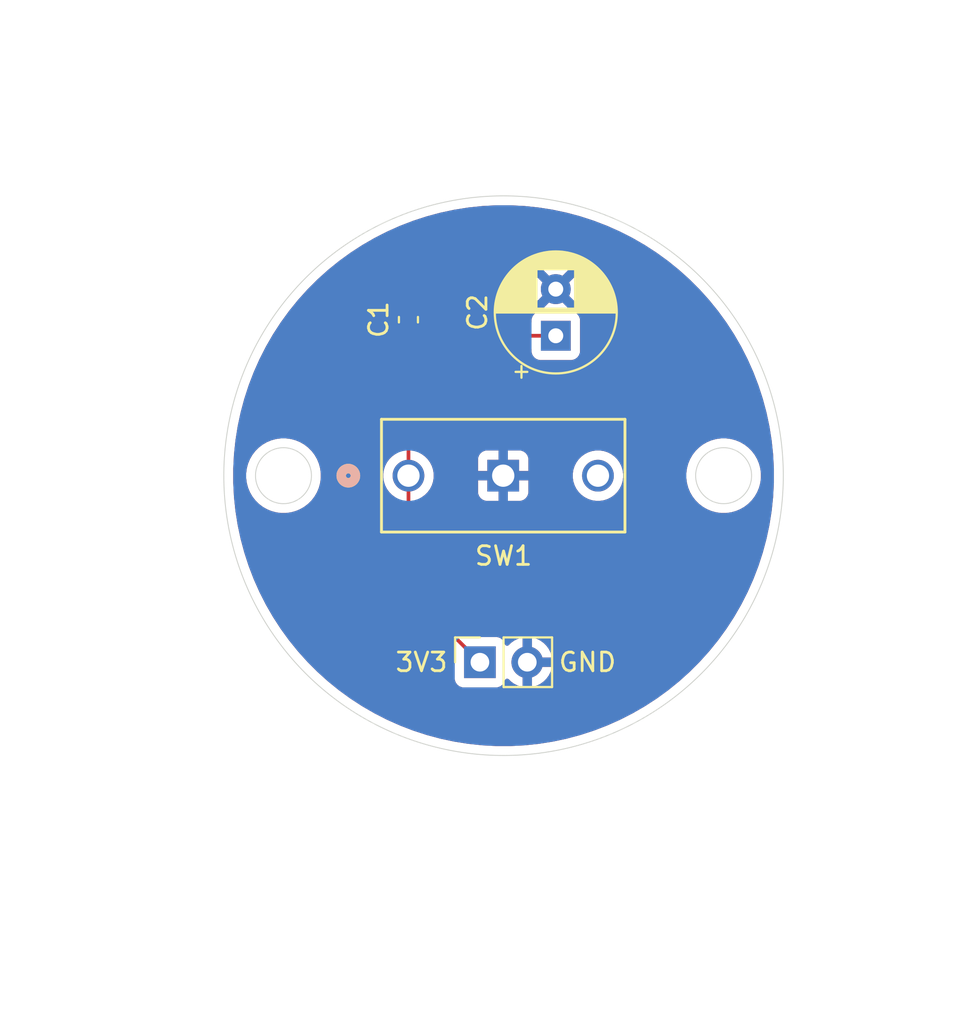
<source format=kicad_pcb>
(kicad_pcb (version 20241229) (generator "pcbnew") (generator_version "9.0")
  (layers (0 "F.Cu" signal) (2 "B.Cu" signal) (13 "F.Paste" user) (15 "B.Paste" user) (5 "F.SilkS" user "F.Silkscreen") (7 "B.SilkS" user "B.Silkscreen") (1 "F.Mask" user) (3 "B.Mask" user) (25 "Edge.Cuts" user))
  (net 0 "")
  (net 1 "GND")
  (net 2 "+3.3V")
  (footprint "microswitch:SW_D2FS-F-N_OMR" (layer "F.Cu") (at 143.602379 91)
    (property "Reference" "SW1" (at 5.097621 4.3 0) (layer "F.SilkS"))
    (property "Value" "D2FS-F-N")
    (fp_line (start -1.4478 -3.0226) (end -1.4478 3.0226) (stroke (width 0.1524)) (layer "F.SilkS"))
    (fp_line (start -1.4478 3.0226) (end 11.6078 3.0226) (stroke (width 0.1524)) (layer "F.SilkS"))
    (fp_line (start 11.6078 -3.0226) (end -1.4478 -3.0226) (stroke (width 0.1524)) (layer "F.SilkS"))
    (fp_line (start 11.6078 3.0226) (end 11.6078 -3.0226) (stroke (width 0.1524)) (layer "F.SilkS"))
    (fp_circle (center -3.2258 0) (end -2.8448 0) (stroke (width 0.508)) (fill no) (layer "F.SilkS"))
    (fp_circle (center -3.2258 0) (end -2.8448 0) (stroke (width 0.508)) (fill no) (layer "B.SilkS"))
    (pad "1" thru_hole circle (at 0 0) (size 1.7018 1.7018) (drill 1.1938) (layers "*.Cu" "*.Mask") (net 2 "+3.3V"))
    (pad "2" thru_hole rect (at 5.08 0) (size 1.7018 1.7018) (drill 1.1938) (layers "*.Cu" "*.Mask") (net 1 "GND"))
    (pad "3" thru_hole circle (at 10.16 0) (size 1.7018 1.7018) (drill 1.1938) (layers "*.Cu" "*.Mask"))
  )
  (footprint "Capacitor_SMD:C_0603_1608Metric_Pad1.08x0.95mm_HandSolder" (layer "F.Cu") (at 143.6 82.6375 90)
    (property "Reference" "C1" (at 0 -1.6 90) (layer "F.SilkS"))
    (property "Value" "100uF")
    (fp_line (start -0.146267 -0.51) (end 0.146267 -0.51) (stroke (width 0.12)) (layer "F.SilkS"))
    (fp_line (start -0.146267 0.51) (end 0.146267 0.51) (stroke (width 0.12)) (layer "F.SilkS"))
    (pad "1" smd roundrect (at -0.8625 0 90) (size 1.075 0.95) (layers "F.Cu" "F.Mask" "F.Paste") (net 2 "+3.3V"))
    (pad "2" smd roundrect (at 0.8625 0 90) (size 1.075 0.95) (layers "F.Cu" "F.Mask" "F.Paste") (net 1 "GND"))
  )
  (footprint "Capacitor_THT:CP_Radial_D6.3mm_P2.50mm" (layer "F.Cu") (at 151.5 83.5 90)
    (property "Reference" "C2" (at 1.25 -4.2 90) (layer "F.SilkS"))
    (property "Value" "100uF")
    (fp_line (start 1.33 -3.23) (end 1.33 3.23) (stroke (width 0.12)) (layer "F.SilkS"))
    (fp_line (start 1.29 -3.23) (end 1.29 3.23) (stroke (width 0.12)) (layer "F.SilkS"))
    (fp_line (start 1.25 -3.23) (end 1.25 3.23) (stroke (width 0.12)) (layer "F.SilkS"))
    (fp_line (start 1.37 -3.228) (end 1.37 3.228) (stroke (width 0.12)) (layer "F.SilkS"))
    (fp_line (start 1.41 -3.227) (end 1.41 3.227) (stroke (width 0.12)) (layer "F.SilkS"))
    (fp_line (start 1.45 -3.224) (end 1.45 3.224) (stroke (width 0.12)) (layer "F.SilkS"))
    (fp_line (start 1.49 -3.222) (end 1.49 -1.04) (stroke (width 0.12)) (layer "F.SilkS"))
    (fp_line (start 1.53 -3.218) (end 1.53 -1.04) (stroke (width 0.12)) (layer "F.SilkS"))
    (fp_line (start 1.57 -3.215) (end 1.57 -1.04) (stroke (width 0.12)) (layer "F.SilkS"))
    (fp_line (start 1.61 -3.211) (end 1.61 -1.04) (stroke (width 0.12)) (layer "F.SilkS"))
    (fp_line (start 1.65 -3.206) (end 1.65 -1.04) (stroke (width 0.12)) (layer "F.SilkS"))
    (fp_line (start 1.69 -3.201) (end 1.69 -1.04) (stroke (width 0.12)) (layer "F.SilkS"))
    (fp_line (start 1.73 -3.195) (end 1.73 -1.04) (stroke (width 0.12)) (layer "F.SilkS"))
    (fp_line (start 1.77 -3.189) (end 1.77 -1.04) (stroke (width 0.12)) (layer "F.SilkS"))
    (fp_line (start 1.81 -3.182) (end 1.81 -1.04) (stroke (width 0.12)) (layer "F.SilkS"))
    (fp_line (start 1.85 -3.175) (end 1.85 -1.04) (stroke (width 0.12)) (layer "F.SilkS"))
    (fp_line (start 1.89 -3.167) (end 1.89 -1.04) (stroke (width 0.12)) (layer "F.SilkS"))
    (fp_line (start 1.93 -3.159) (end 1.93 -1.04) (stroke (width 0.12)) (layer "F.SilkS"))
    (fp_line (start 1.971 -3.15) (end 1.971 -1.04) (stroke (width 0.12)) (layer "F.SilkS"))
    (fp_line (start 2.011 -3.141) (end 2.011 -1.04) (stroke (width 0.12)) (layer "F.SilkS"))
    (fp_line (start 2.051 -3.131) (end 2.051 -1.04) (stroke (width 0.12)) (layer "F.SilkS"))
    (fp_line (start 2.091 -3.121) (end 2.091 -1.04) (stroke (width 0.12)) (layer "F.SilkS"))
    (fp_line (start 2.131 -3.11) (end 2.131 -1.04) (stroke (width 0.12)) (layer "F.SilkS"))
    (fp_line (start 2.171 -3.098) (end 2.171 -1.04) (stroke (width 0.12)) (layer "F.SilkS"))
    (fp_line (start 2.211 -3.086) (end 2.211 -1.04) (stroke (width 0.12)) (layer "F.SilkS"))
    (fp_line (start 2.251 -3.074) (end 2.251 -1.04) (stroke (width 0.12)) (layer "F.SilkS"))
    (fp_line (start 2.291 -3.061) (end 2.291 -1.04) (stroke (width 0.12)) (layer "F.SilkS"))
    (fp_line (start 2.331 -3.047) (end 2.331 -1.04) (stroke (width 0.12)) (layer "F.SilkS"))
    (fp_line (start 2.371 -3.033) (end 2.371 -1.04) (stroke (width 0.12)) (layer "F.SilkS"))
    (fp_line (start 2.411 -3.018) (end 2.411 -1.04) (stroke (width 0.12)) (layer "F.SilkS"))
    (fp_line (start 2.451 -3.002) (end 2.451 -1.04) (stroke (width 0.12)) (layer "F.SilkS"))
    (fp_line (start 2.491 -2.986) (end 2.491 -1.04) (stroke (width 0.12)) (layer "F.SilkS"))
    (fp_line (start 2.531 -2.97) (end 2.531 -1.04) (stroke (width 0.12)) (layer "F.SilkS"))
    (fp_line (start 2.571 -2.952) (end 2.571 -1.04) (stroke (width 0.12)) (layer "F.SilkS"))
    (fp_line (start 2.611 -2.934) (end 2.611 -1.04) (stroke (width 0.12)) (layer "F.SilkS"))
    (fp_line (start 2.651 -2.916) (end 2.651 -1.04) (stroke (width 0.12)) (layer "F.SilkS"))
    (fp_line (start 2.691 -2.896) (end 2.691 -1.04) (stroke (width 0.12)) (layer "F.SilkS"))
    (fp_line (start 2.731 -2.876) (end 2.731 -1.04) (stroke (width 0.12)) (layer "F.SilkS"))
    (fp_line (start 2.771 -2.856) (end 2.771 -1.04) (stroke (width 0.12)) (layer "F.SilkS"))
    (fp_line (start 2.811 -2.834) (end 2.811 -1.04) (stroke (width 0.12)) (layer "F.SilkS"))
    (fp_line (start 2.851 -2.812) (end 2.851 -1.04) (stroke (width 0.12)) (layer "F.SilkS"))
    (fp_line (start 2.891 -2.79) (end 2.891 -1.04) (stroke (width 0.12)) (layer "F.SilkS"))
    (fp_line (start 2.931 -2.766) (end 2.931 -1.04) (stroke (width 0.12)) (layer "F.SilkS"))
    (fp_line (start 2.971 -2.742) (end 2.971 -1.04) (stroke (width 0.12)) (layer "F.SilkS"))
    (fp_line (start 3.011 -2.716) (end 3.011 -1.04) (stroke (width 0.12)) (layer "F.SilkS"))
    (fp_line (start 3.051 -2.69) (end 3.051 -1.04) (stroke (width 0.12)) (layer "F.SilkS"))
    (fp_line (start 3.091 -2.664) (end 3.091 -1.04) (stroke (width 0.12)) (layer "F.SilkS"))
    (fp_line (start 3.131 -2.636) (end 3.131 -1.04) (stroke (width 0.12)) (layer "F.SilkS"))
    (fp_line (start 3.171 -2.607) (end 3.171 -1.04) (stroke (width 0.12)) (layer "F.SilkS"))
    (fp_line (start 3.211 -2.578) (end 3.211 -1.04) (stroke (width 0.12)) (layer "F.SilkS"))
    (fp_line (start 3.251 -2.548) (end 3.251 -1.04) (stroke (width 0.12)) (layer "F.SilkS"))
    (fp_line (start 3.291 -2.516) (end 3.291 -1.04) (stroke (width 0.12)) (layer "F.SilkS"))
    (fp_line (start 3.331 -2.484) (end 3.331 -1.04) (stroke (width 0.12)) (layer "F.SilkS"))
    (fp_line (start 3.371 -2.45) (end 3.371 -1.04) (stroke (width 0.12)) (layer "F.SilkS"))
    (fp_line (start 3.411 -2.416) (end 3.411 -1.04) (stroke (width 0.12)) (layer "F.SilkS"))
    (fp_line (start 3.451 -2.38) (end 3.451 -1.04) (stroke (width 0.12)) (layer "F.SilkS"))
    (fp_line (start 3.491 -2.343) (end 3.491 -1.04) (stroke (width 0.12)) (layer "F.SilkS"))
    (fp_line (start 3.531 -2.305) (end 3.531 -1.04) (stroke (width 0.12)) (layer "F.SilkS"))
    (fp_line (start 3.571 -2.265) (end 3.571 2.265) (stroke (width 0.12)) (layer "F.SilkS"))
    (fp_line (start 3.611 -2.224) (end 3.611 2.224) (stroke (width 0.12)) (layer "F.SilkS"))
    (fp_line (start 3.651 -2.182) (end 3.651 2.182) (stroke (width 0.12)) (layer "F.SilkS"))
    (fp_line (start -1.935241 -2.154) (end -1.935241 -1.524) (stroke (width 0.12)) (layer "F.SilkS"))
    (fp_line (start 3.691 -2.137) (end 3.691 2.137) (stroke (width 0.12)) (layer "F.SilkS"))
    (fp_line (start 3.731 -2.092) (end 3.731 2.092) (stroke (width 0.12)) (layer "F.SilkS"))
    (fp_line (start 3.771 -2.044) (end 3.771 2.044) (stroke (width 0.12)) (layer "F.SilkS"))
    (fp_line (start 3.811 -1.995) (end 3.811 1.995) (stroke (width 0.12)) (layer "F.SilkS"))
    (fp_line (start 3.851 -1.944) (end 3.851 1.944) (stroke (width 0.12)) (layer "F.SilkS"))
    (fp_line (start 3.891 -1.89) (end 3.891 1.89) (stroke (width 0.12)) (layer "F.SilkS"))
    (fp_line (start -2.250241 -1.839) (end -1.620241 -1.839) (stroke (width 0.12)) (layer "F.SilkS"))
    (fp_line (start 3.931 -1.834) (end 3.931 1.834) (stroke (width 0.12)) (layer "F.SilkS"))
    (fp_line (start 3.971 -1.776) (end 3.971 1.776) (stroke (width 0.12)) (layer "F.SilkS"))
    (fp_line (start 4.011 -1.714) (end 4.011 1.714) (stroke (width 0.12)) (layer "F.SilkS"))
    (fp_line (start 4.051 -1.65) (end 4.051 1.65) (stroke (width 0.12)) (layer "F.SilkS"))
    (fp_line (start 4.091 -1.581) (end 4.091 1.581) (stroke (width 0.12)) (layer "F.SilkS"))
    (fp_line (start 4.131 -1.509) (end 4.131 1.509) (stroke (width 0.12)) (layer "F.SilkS"))
    (fp_line (start 4.171 -1.432) (end 4.171 1.432) (stroke (width 0.12)) (layer "F.SilkS"))
    (fp_line (start 4.211 -1.35) (end 4.211 1.35) (stroke (width 0.12)) (layer "F.SilkS"))
    (fp_line (start 4.251 -1.262) (end 4.251 1.262) (stroke (width 0.12)) (layer "F.SilkS"))
    (fp_line (start 4.291 -1.165) (end 4.291 1.165) (stroke (width 0.12)) (layer "F.SilkS"))
    (fp_line (start 4.331 -1.059) (end 4.331 1.059) (stroke (width 0.12)) (layer "F.SilkS"))
    (fp_line (start 4.371 -0.94) (end 4.371 0.94) (stroke (width 0.12)) (layer "F.SilkS"))
    (fp_line (start 4.411 -0.802) (end 4.411 0.802) (stroke (width 0.12)) (layer "F.SilkS"))
    (fp_line (start 4.451 -0.633) (end 4.451 0.633) (stroke (width 0.12)) (layer "F.SilkS"))
    (fp_line (start 4.491 -0.402) (end 4.491 0.402) (stroke (width 0.12)) (layer "F.SilkS"))
    (fp_line (start 3.531 1.04) (end 3.531 2.305) (stroke (width 0.12)) (layer "F.SilkS"))
    (fp_line (start 3.491 1.04) (end 3.491 2.343) (stroke (width 0.12)) (layer "F.SilkS"))
    (fp_line (start 3.451 1.04) (end 3.451 2.38) (stroke (width 0.12)) (layer "F.SilkS"))
    (fp_line (start 3.411 1.04) (end 3.411 2.416) (stroke (width 0.12)) (layer "F.SilkS"))
    (fp_line (start 3.371 1.04) (end 3.371 2.45) (stroke (width 0.12)) (layer "F.SilkS"))
    (fp_line (start 3.331 1.04) (end 3.331 2.484) (stroke (width 0.12)) (layer "F.SilkS"))
    (fp_line (start 3.291 1.04) (end 3.291 2.516) (stroke (width 0.12)) (layer "F.SilkS"))
    (fp_line (start 3.251 1.04) (end 3.251 2.548) (stroke (width 0.12)) (layer "F.SilkS"))
    (fp_line (start 3.211 1.04) (end 3.211 2.578) (stroke (width 0.12)) (layer "F.SilkS"))
    (fp_line (start 3.171 1.04) (end 3.171 2.607) (stroke (width 0.12)) (layer "F.SilkS"))
    (fp_line (start 3.131 1.04) (end 3.131 2.636) (stroke (width 0.12)) (layer "F.SilkS"))
    (fp_line (start 3.091 1.04) (end 3.091 2.664) (stroke (width 0.12)) (layer "F.SilkS"))
    (fp_line (start 3.051 1.04) (end 3.051 2.69) (stroke (width 0.12)) (layer "F.SilkS"))
    (fp_line (start 3.011 1.04) (end 3.011 2.716) (stroke (width 0.12)) (layer "F.SilkS"))
    (fp_line (start 2.971 1.04) (end 2.971 2.742) (stroke (width 0.12)) (layer "F.SilkS"))
    (fp_line (start 2.931 1.04) (end 2.931 2.766) (stroke (width 0.12)) (layer "F.SilkS"))
    (fp_line (start 2.891 1.04) (end 2.891 2.79) (stroke (width 0.12)) (layer "F.SilkS"))
    (fp_line (start 2.851 1.04) (end 2.851 2.812) (stroke (width 0.12)) (layer "F.SilkS"))
    (fp_line (start 2.811 1.04) (end 2.811 2.834) (stroke (width 0.12)) (layer "F.SilkS"))
    (fp_line (start 2.771 1.04) (end 2.771 2.856) (stroke (width 0.12)) (layer "F.SilkS"))
    (fp_line (start 2.731 1.04) (end 2.731 2.876) (stroke (width 0.12)) (layer "F.SilkS"))
    (fp_line (start 2.691 1.04) (end 2.691 2.896) (stroke (width 0.12)) (layer "F.SilkS"))
    (fp_line (start 2.651 1.04) (end 2.651 2.916) (stroke (width 0.12)) (layer "F.SilkS"))
    (fp_line (start 2.611 1.04) (end 2.611 2.934) (stroke (width 0.12)) (layer "F.SilkS"))
    (fp_line (start 2.571 1.04) (end 2.571 2.952) (stroke (width 0.12)) (layer "F.SilkS"))
    (fp_line (start 2.531 1.04) (end 2.531 2.97) (stroke (width 0.12)) (layer "F.SilkS"))
    (fp_line (start 2.491 1.04) (end 2.491 2.986) (stroke (width 0.12)) (layer "F.SilkS"))
    (fp_line (start 2.451 1.04) (end 2.451 3.002) (stroke (width 0.12)) (layer "F.SilkS"))
    (fp_line (start 2.411 1.04) (end 2.411 3.018) (stroke (width 0.12)) (layer "F.SilkS"))
    (fp_line (start 2.371 1.04) (end 2.371 3.033) (stroke (width 0.12)) (layer "F.SilkS"))
    (fp_line (start 2.331 1.04) (end 2.331 3.047) (stroke (width 0.12)) (layer "F.SilkS"))
    (fp_line (start 2.291 1.04) (end 2.291 3.061) (stroke (width 0.12)) (layer "F.SilkS"))
    (fp_line (start 2.251 1.04) (end 2.251 3.074) (stroke (width 0.12)) (layer "F.SilkS"))
    (fp_line (start 2.211 1.04) (end 2.211 3.086) (stroke (width 0.12)) (layer "F.SilkS"))
    (fp_line (start 2.171 1.04) (end 2.171 3.098) (stroke (width 0.12)) (layer "F.SilkS"))
    (fp_line (start 2.131 1.04) (end 2.131 3.11) (stroke (width 0.12)) (layer "F.SilkS"))
    (fp_line (start 2.091 1.04) (end 2.091 3.121) (stroke (width 0.12)) (layer "F.SilkS"))
    (fp_line (start 2.051 1.04) (end 2.051 3.131) (stroke (width 0.12)) (layer "F.SilkS"))
    (fp_line (start 2.011 1.04) (end 2.011 3.141) (stroke (width 0.12)) (layer "F.SilkS"))
    (fp_line (start 1.971 1.04) (end 1.971 3.15) (stroke (width 0.12)) (layer "F.SilkS"))
    (fp_line (start 1.93 1.04) (end 1.93 3.159) (stroke (width 0.12)) (layer "F.SilkS"))
    (fp_line (start 1.89 1.04) (end 1.89 3.167) (stroke (width 0.12)) (layer "F.SilkS"))
    (fp_line (start 1.85 1.04) (end 1.85 3.175) (stroke (width 0.12)) (layer "F.SilkS"))
    (fp_line (start 1.81 1.04) (end 1.81 3.182) (stroke (width 0.12)) (layer "F.SilkS"))
    (fp_line (start 1.77 1.04) (end 1.77 3.189) (stroke (width 0.12)) (layer "F.SilkS"))
    (fp_line (start 1.73 1.04) (end 1.73 3.195) (stroke (width 0.12)) (layer "F.SilkS"))
    (fp_line (start 1.69 1.04) (end 1.69 3.201) (stroke (width 0.12)) (layer "F.SilkS"))
    (fp_line (start 1.65 1.04) (end 1.65 3.206) (stroke (width 0.12)) (layer "F.SilkS"))
    (fp_line (start 1.61 1.04) (end 1.61 3.211) (stroke (width 0.12)) (layer "F.SilkS"))
    (fp_line (start 1.57 1.04) (end 1.57 3.215) (stroke (width 0.12)) (layer "F.SilkS"))
    (fp_line (start 1.53 1.04) (end 1.53 3.218) (stroke (width 0.12)) (layer "F.SilkS"))
    (fp_line (start 1.49 1.04) (end 1.49 3.222) (stroke (width 0.12)) (layer "F.SilkS"))
    (fp_circle (center 1.25 0) (end 4.52 0) (stroke (width 0.12)) (fill no) (layer "F.SilkS"))
    (pad "1" thru_hole rect (at 0 0 90) (size 1.6 1.6) (drill 0.8) (layers "*.Cu" "*.Mask") (net 2 "+3.3V"))
    (pad "2" thru_hole circle (at 2.5 0 90) (size 1.6 1.6) (drill 0.8) (layers "*.Cu" "*.Mask") (net 1 "GND"))
  )
  (footprint "Connector_PinSocket_2.54mm:PinSocket_1x02_P2.54mm_Vertical" (layer "F.Cu") (at 147.432379 101 90)
    (property "Reference" "J1" (hide yes))
    (property "Value" "Conn_01x02_Socket")
    (fp_line (start 1.33 -1.33) (end 1.33 0) (stroke (width 0.12)) (layer "F.SilkS"))
    (fp_line (start 0 -1.33) (end 1.33 -1.33) (stroke (width 0.12)) (layer "F.SilkS"))
    (fp_line (start 1.33 1.27) (end 1.33 3.87) (stroke (width 0.12)) (layer "F.SilkS"))
    (fp_line (start -1.33 1.27) (end 1.33 1.27) (stroke (width 0.12)) (layer "F.SilkS"))
    (fp_line (start -1.33 1.27) (end -1.33 3.87) (stroke (width 0.12)) (layer "F.SilkS"))
    (fp_line (start -1.33 3.87) (end 1.33 3.87) (stroke (width 0.12)) (layer "F.SilkS"))
    (pad "1" thru_hole rect (at 0 0 90) (size 1.7 1.7) (drill 1) (layers "*.Cu" "*.Mask") (net 2 "+3.3V"))
    (pad "2" thru_hole oval (at 0 2.54 90) (size 1.7 1.7) (drill 1) (layers "*.Cu" "*.Mask") (net 1 "GND"))
  )
  (gr_circle (center 148.7 91) (end 163.7 91) (stroke (width 0.05)) (fill no) (layer "Edge.Cuts"))
  (gr_circle (center 136.9 91) (end 138.4 91) (stroke (width 0.05)) (fill no) (layer "Edge.Cuts"))
  (gr_circle (center 160.5 91) (end 162 91) (stroke (width 0.05)) (fill no) (layer "Edge.Cuts"))
  (gr_text "GND" (at 153.2 101 0) (layer "F.SilkS") (effects (font (size 1 1))))
  (gr_text "3V3" (at 144.3 101 0) (layer "F.SilkS") (effects (font (size 1 1))))
  (segment (start 151.317621 83.5) (end 151.5 83.682379) (width 0.2) (layer "F.Cu") (net 2))
  (segment (start 143.782379 83.682379) (end 143.6 83.5) (width 0.2) (layer "F.Cu") (net 2))
  (segment (start 143.602379 91) (end 143.602379 83.502379) (width 0.2) (layer "F.Cu") (net 2))
  (segment (start 151.5 83.5) (end 143.6 83.5) (width 0.2) (layer "F.Cu") (net 2))
  (segment (start 143.602379 83.897621) (end 144 83.5) (width 0.2) (layer "F.Cu") (net 2))
  (segment (start 147.432379 101) (end 143.602379 97.17) (width 0.2) (layer "F.Cu") (net 2))
  (segment (start 143.602379 83.502379) (end 143.6 83.5) (width 0.2) (layer "F.Cu") (net 2))
  (segment (start 143.602379 97.17) (end 143.602379 91) (width 0.2) (layer "F.Cu") (net 2))
  (zone (net 1) (net_name "GND") (layers "F.Cu" "B.Cu") (connect_pads (clearance 0.5)) (min_thickness 0.25) (fill yes (thermal_gap 0.5) (thermal_bridge_width 0.5))
    (polygon (pts (xy 121.7 65.5) (xy 173.4 65.5) (xy 173.4 120.4) (xy 121.7 120.4)))
  )
)
</source>
